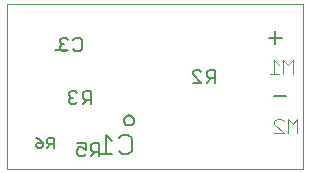
<source format=gbo>
G75*
%MOIN*%
%OFA0B0*%
%FSLAX25Y25*%
%IPPOS*%
%LPD*%
%AMOC8*
5,1,8,0,0,1.08239X$1,22.5*
%
%ADD10C,0.00000*%
%ADD11C,0.00600*%
%ADD12C,0.00400*%
%ADD13C,0.00800*%
%ADD14C,0.00500*%
D10*
X0001000Y0009960D02*
X0001000Y0065078D01*
X0099425Y0065078D01*
X0099425Y0009960D01*
X0001000Y0009960D01*
D11*
X0010496Y0017520D02*
X0010496Y0018088D01*
X0011063Y0018655D01*
X0012765Y0018655D01*
X0012765Y0017520D01*
X0012198Y0016953D01*
X0011063Y0016953D01*
X0010496Y0017520D01*
X0011631Y0019789D02*
X0012765Y0018655D01*
X0014179Y0018655D02*
X0014747Y0018088D01*
X0016448Y0018088D01*
X0015314Y0018088D02*
X0014179Y0016953D01*
X0014179Y0018655D02*
X0014179Y0019789D01*
X0014747Y0020356D01*
X0016448Y0020356D01*
X0016448Y0016953D01*
X0011631Y0019789D02*
X0010496Y0020356D01*
X0031716Y0014985D02*
X0035987Y0014985D01*
X0033852Y0014985D02*
X0033852Y0021390D01*
X0035987Y0019255D01*
X0038162Y0020323D02*
X0039230Y0021390D01*
X0041365Y0021390D01*
X0042432Y0020323D01*
X0042432Y0016052D01*
X0041365Y0014985D01*
X0039230Y0014985D01*
X0038162Y0016052D01*
X0021172Y0049684D02*
X0016902Y0049684D01*
X0088162Y0053621D02*
X0092432Y0053621D01*
X0090297Y0055756D02*
X0090297Y0051485D01*
X0089737Y0034329D02*
X0094007Y0034329D01*
D12*
X0093006Y0041656D02*
X0093006Y0046260D01*
X0094541Y0044726D01*
X0096076Y0046260D01*
X0096076Y0041656D01*
X0091472Y0041656D02*
X0088402Y0041656D01*
X0089937Y0041656D02*
X0089937Y0046260D01*
X0091472Y0044726D01*
X0090745Y0026575D02*
X0092279Y0026575D01*
X0093046Y0025808D01*
X0094581Y0026575D02*
X0094581Y0021971D01*
X0093046Y0021971D02*
X0089977Y0025041D01*
X0089977Y0025808D01*
X0090745Y0026575D01*
X0094581Y0026575D02*
X0096116Y0025041D01*
X0097650Y0026575D01*
X0097650Y0021971D01*
X0093046Y0021971D02*
X0089977Y0021971D01*
D13*
X0070285Y0038707D02*
X0070285Y0042910D01*
X0068183Y0042910D01*
X0067483Y0042210D01*
X0067483Y0040809D01*
X0068183Y0040108D01*
X0070285Y0040108D01*
X0068884Y0040108D02*
X0067483Y0038707D01*
X0065681Y0038707D02*
X0062879Y0041509D01*
X0062879Y0042210D01*
X0063579Y0042910D01*
X0064981Y0042910D01*
X0065681Y0042210D01*
X0065681Y0038707D02*
X0062879Y0038707D01*
X0031702Y0018501D02*
X0029601Y0018501D01*
X0028900Y0017800D01*
X0028900Y0016399D01*
X0029601Y0015699D01*
X0031702Y0015699D01*
X0030301Y0015699D02*
X0028900Y0014297D01*
X0027098Y0014998D02*
X0026398Y0014297D01*
X0024997Y0014297D01*
X0024296Y0014998D01*
X0024296Y0016399D01*
X0024997Y0017100D01*
X0025697Y0017100D01*
X0027098Y0016399D01*
X0027098Y0018501D01*
X0024296Y0018501D01*
X0031702Y0018501D02*
X0031702Y0014297D01*
X0028946Y0031620D02*
X0028946Y0035824D01*
X0026845Y0035824D01*
X0026144Y0035123D01*
X0026144Y0033722D01*
X0026845Y0033021D01*
X0028946Y0033021D01*
X0027545Y0033021D02*
X0026144Y0031620D01*
X0024343Y0032321D02*
X0023642Y0031620D01*
X0022241Y0031620D01*
X0021540Y0032321D01*
X0021540Y0033021D01*
X0022241Y0033722D01*
X0022941Y0033722D01*
X0022241Y0033722D02*
X0021540Y0034423D01*
X0021540Y0035123D01*
X0022241Y0035824D01*
X0023642Y0035824D01*
X0024343Y0035123D01*
X0023695Y0049337D02*
X0022994Y0050037D01*
X0023695Y0049337D02*
X0025096Y0049337D01*
X0025797Y0050037D01*
X0025797Y0052840D01*
X0025096Y0053540D01*
X0023695Y0053540D01*
X0022994Y0052840D01*
X0021193Y0052840D02*
X0020492Y0053540D01*
X0019091Y0053540D01*
X0018391Y0052840D01*
X0018391Y0052139D01*
X0019091Y0051439D01*
X0018391Y0050738D01*
X0018391Y0050037D01*
X0019091Y0049337D01*
X0020492Y0049337D01*
X0021193Y0050037D01*
X0019792Y0051439D02*
X0019091Y0051439D01*
D14*
X0039881Y0026102D02*
X0039883Y0026183D01*
X0039889Y0026264D01*
X0039899Y0026345D01*
X0039913Y0026425D01*
X0039930Y0026505D01*
X0039952Y0026583D01*
X0039977Y0026660D01*
X0040006Y0026736D01*
X0040039Y0026811D01*
X0040075Y0026884D01*
X0040115Y0026955D01*
X0040158Y0027023D01*
X0040205Y0027090D01*
X0040254Y0027155D01*
X0040307Y0027216D01*
X0040363Y0027276D01*
X0040422Y0027332D01*
X0040483Y0027386D01*
X0040547Y0027436D01*
X0040613Y0027483D01*
X0040681Y0027528D01*
X0040751Y0027568D01*
X0040824Y0027605D01*
X0040898Y0027639D01*
X0040973Y0027669D01*
X0041050Y0027695D01*
X0041129Y0027718D01*
X0041208Y0027736D01*
X0041288Y0027751D01*
X0041368Y0027762D01*
X0041449Y0027769D01*
X0041531Y0027772D01*
X0041612Y0027771D01*
X0041693Y0027766D01*
X0041774Y0027757D01*
X0041854Y0027744D01*
X0041934Y0027728D01*
X0042013Y0027707D01*
X0042090Y0027683D01*
X0042167Y0027654D01*
X0042241Y0027623D01*
X0042315Y0027587D01*
X0042386Y0027548D01*
X0042455Y0027506D01*
X0042523Y0027460D01*
X0042588Y0027411D01*
X0042650Y0027359D01*
X0042710Y0027304D01*
X0042767Y0027246D01*
X0042822Y0027186D01*
X0042873Y0027123D01*
X0042921Y0027057D01*
X0042966Y0026989D01*
X0043007Y0026919D01*
X0043045Y0026847D01*
X0043080Y0026774D01*
X0043111Y0026699D01*
X0043138Y0026622D01*
X0043161Y0026544D01*
X0043181Y0026465D01*
X0043197Y0026385D01*
X0043209Y0026305D01*
X0043217Y0026224D01*
X0043221Y0026143D01*
X0043221Y0026061D01*
X0043217Y0025980D01*
X0043209Y0025899D01*
X0043197Y0025819D01*
X0043181Y0025739D01*
X0043161Y0025660D01*
X0043138Y0025582D01*
X0043111Y0025505D01*
X0043080Y0025430D01*
X0043045Y0025357D01*
X0043007Y0025285D01*
X0042966Y0025215D01*
X0042921Y0025147D01*
X0042873Y0025081D01*
X0042822Y0025018D01*
X0042767Y0024958D01*
X0042710Y0024900D01*
X0042650Y0024845D01*
X0042588Y0024793D01*
X0042523Y0024744D01*
X0042455Y0024698D01*
X0042386Y0024656D01*
X0042315Y0024617D01*
X0042241Y0024581D01*
X0042167Y0024550D01*
X0042090Y0024521D01*
X0042013Y0024497D01*
X0041934Y0024476D01*
X0041854Y0024460D01*
X0041774Y0024447D01*
X0041693Y0024438D01*
X0041612Y0024433D01*
X0041531Y0024432D01*
X0041449Y0024435D01*
X0041368Y0024442D01*
X0041288Y0024453D01*
X0041208Y0024468D01*
X0041129Y0024486D01*
X0041050Y0024509D01*
X0040973Y0024535D01*
X0040898Y0024565D01*
X0040824Y0024599D01*
X0040751Y0024636D01*
X0040681Y0024676D01*
X0040613Y0024721D01*
X0040547Y0024768D01*
X0040483Y0024818D01*
X0040422Y0024872D01*
X0040363Y0024928D01*
X0040307Y0024988D01*
X0040254Y0025049D01*
X0040205Y0025114D01*
X0040158Y0025181D01*
X0040115Y0025249D01*
X0040075Y0025320D01*
X0040039Y0025393D01*
X0040006Y0025468D01*
X0039977Y0025544D01*
X0039952Y0025621D01*
X0039930Y0025699D01*
X0039913Y0025779D01*
X0039899Y0025859D01*
X0039889Y0025940D01*
X0039883Y0026021D01*
X0039881Y0026102D01*
M02*

</source>
